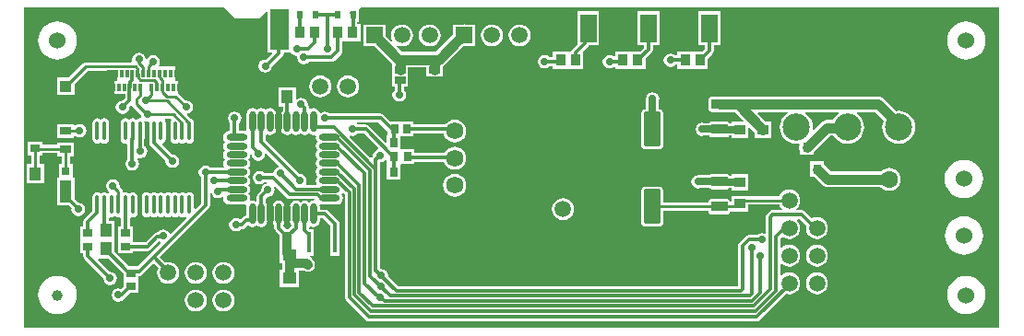
<source format=gtl>
%FSTAX23Y23*%
%MOIN*%
%SFA1B1*%

%IPPOS*%
%AMD18*
4,1,8,0.028500,-0.060000,0.028500,0.060000,0.026500,0.062000,-0.026500,0.062000,-0.028500,0.060000,-0.028500,-0.060000,-0.026500,-0.062000,0.026500,-0.062000,0.028500,-0.060000,0.0*
1,1,0.004000,0.026500,-0.060000*
1,1,0.004000,0.026500,0.060000*
1,1,0.004000,-0.026500,0.060000*
1,1,0.004000,-0.026500,-0.060000*
%
%AMD19*
4,1,8,0.028500,-0.015800,0.028500,0.015800,0.026600,0.017700,-0.026600,0.017700,-0.028500,0.015800,-0.028500,-0.015800,-0.026600,-0.017700,0.026600,-0.017700,0.028500,-0.015800,0.0*
1,1,0.003900,0.026600,-0.015800*
1,1,0.003900,0.026600,0.015800*
1,1,0.003900,-0.026600,0.015800*
1,1,0.003900,-0.026600,-0.015800*
%
%AMD69*
4,1,8,0.000000,-0.051200,0.000000,-0.051200,0.021700,-0.029500,0.021700,0.029500,0.000000,0.051200,0.000000,0.051200,-0.021700,0.029500,-0.021700,-0.029500,0.000000,-0.051200,0.0*
1,1,0.043300,0.000000,-0.029500*
1,1,0.043300,0.000000,-0.029500*
1,1,0.043300,0.000000,0.029500*
1,1,0.043300,0.000000,0.029500*
%
%AMD70*
4,1,8,0.000000,-0.041300,0.000000,-0.041300,0.021700,-0.019700,0.021700,0.019700,0.000000,0.041300,0.000000,0.041300,-0.021700,0.019700,-0.021700,-0.019700,0.000000,-0.041300,0.0*
1,1,0.043300,0.000000,-0.019700*
1,1,0.043300,0.000000,-0.019700*
1,1,0.043300,0.000000,0.019700*
1,1,0.043300,0.000000,0.019700*
%
%ADD13C,0.010000*%
G04~CAMADD=18~8~0.0~0.0~1240.2~570.9~20.0~0.0~15~0.0~0.0~0.0~0.0~0~0.0~0.0~0.0~0.0~0~0.0~0.0~0.0~270.0~571.0~1240.0*
%ADD18D18*%
G04~CAMADD=19~8~0.0~0.0~354.3~570.9~19.5~0.0~15~0.0~0.0~0.0~0.0~0~0.0~0.0~0.0~0.0~0~0.0~0.0~0.0~270.0~571.0~354.0*
%ADD19D19*%
%ADD20R,0.041340X0.037400*%
%ADD21R,0.015750X0.074800*%
%ADD22O,0.013780X0.070870*%
%ADD23O,0.076770X0.023620*%
%ADD24O,0.023620X0.076770*%
%ADD25R,0.066930X0.145670*%
%ADD26R,0.033470X0.027560*%
%ADD27R,0.035430X0.041340*%
%ADD28R,0.029530X0.033470*%
%ADD29R,0.043310X0.043310*%
%ADD30R,0.027560X0.033470*%
%ADD31R,0.031500X0.035430*%
%ADD32R,0.039370X0.027560*%
%ADD33R,0.023620X0.031500*%
%ADD34R,0.059060X0.102360*%
%ADD35R,0.039370X0.027560*%
%ADD36R,0.011810X0.027560*%
%ADD37R,0.031500X0.031500*%
%ADD38R,0.043310X0.078740*%
%ADD39R,0.043310X0.049210*%
%ADD40R,0.033470X0.029530*%
%ADD41R,0.049210X0.043310*%
%ADD64C,0.062990*%
%ADD65R,0.062990X0.062990*%
G04~CAMADD=69~8~0.0~0.0~433.1~1023.6~216.5~0.0~15~0.0~0.0~0.0~0.0~0~0.0~0.0~0.0~0.0~0~0.0~0.0~0.0~180.0~434.0~1023.0*
%ADD69D69*%
G04~CAMADD=70~8~0.0~0.0~433.1~826.8~216.5~0.0~15~0.0~0.0~0.0~0.0~0~0.0~0.0~0.0~0.0~0~0.0~0.0~0.0~180.0~434.0~827.0*
%ADD70D70*%
%ADD73C,0.012000*%
%ADD74C,0.035000*%
%ADD75C,0.025000*%
%ADD76C,0.032000*%
%ADD77C,0.050000*%
%ADD78C,0.098430*%
%ADD79C,0.059060*%
%ADD80R,0.059060X0.059060*%
%ADD81R,0.059060X0.059060*%
%ADD82R,0.062600X0.062600*%
%ADD83C,0.062600*%
%ADD84C,0.060000*%
%ADD85C,0.039370*%
%ADD86C,0.027560*%
%LNpod-1*%
%LPD*%
G36*
X0077Y01134D02*
X00773Y01132D01*
X00777Y01131*
X00856*
X0086Y01132*
X00863Y01134*
X00884Y01156*
X00889Y01154*
Y01009*
X00905*
X00906Y01005*
X00884Y00982*
X00881Y00983*
X00871Y00981*
X00863Y00976*
X00858Y00968*
X00856Y00958*
X00858Y00949*
X00863Y00941*
X00871Y00936*
X00881Y00934*
X0089Y00936*
X00898Y00941*
X00903Y00949*
X00904Y00956*
X00942Y00994*
X00945Y00999*
X00947Y01005*
Y01009*
X00973*
X00977Y01002*
X00985Y00997*
X00995Y00995*
X00996Y00994*
X00995Y0099*
X00997Y0098*
X01002Y00972*
X0101Y00967*
X0102Y00965*
X01029Y00967*
X01037Y00972*
X01037Y00973*
X0112*
X01126Y00974*
X01131Y00978*
X01154Y01001*
X01158Y01007*
X01159Y01013*
Y01049*
X01224*
Y0111*
X01213*
Y01119*
X0122*
Y01165*
X01225Y0117*
X03533*
Y0001*
X0001*
Y0117*
X00733*
X0077Y01134*
G37*
%LNpod-2*%
%LPC*%
G36*
X018Y01109D02*
X01789Y01108D01*
X0178Y01104*
X01771Y01098*
X01765Y01089*
X01761Y0108*
X0176Y0107*
X01761Y01059*
X01765Y0105*
X01771Y01041*
X0178Y01035*
X01789Y01031*
X018Y0103*
X0181Y01031*
X01819Y01035*
X01828Y01041*
X01834Y0105*
X01838Y01059*
X01839Y0107*
X01838Y0108*
X01834Y01089*
X01828Y01098*
X01819Y01104*
X0181Y01108*
X018Y01109*
G37*
G36*
X017D02*
X01689Y01108D01*
X0168Y01104*
X01671Y01098*
X01665Y01089*
X01661Y0108*
X0166Y0107*
X01661Y01059*
X01665Y0105*
X01671Y01041*
X0168Y01035*
X01689Y01031*
X017Y0103*
X0171Y01031*
X01719Y01035*
X01728Y01041*
X01734Y0105*
X01738Y01059*
X01739Y0107*
X01738Y0108*
X01734Y01089*
X01728Y01098*
X01719Y01104*
X0171Y01108*
X017Y01109*
G37*
G36*
X01475D02*
X01464Y01108D01*
X01455Y01104*
X01446Y01098*
X0144Y01089*
X01436Y0108*
X01435Y0107*
X01436Y01059*
X0144Y0105*
X01446Y01041*
X01455Y01035*
X01464Y01031*
X01475Y0103*
X01485Y01031*
X01494Y01035*
X01503Y01041*
X01509Y0105*
X01513Y01059*
X01514Y0107*
X01513Y0108*
X01509Y01089*
X01503Y01098*
X01494Y01104*
X01485Y01108*
X01475Y01109*
G37*
G36*
X016Y0111D02*
X01594Y01109D01*
X0156*
Y01074*
X01495Y0101*
X01374*
X01353Y0103*
X01356Y01034*
X01364Y01031*
X01375Y0103*
X01385Y01031*
X01394Y01035*
X01403Y01041*
X01409Y0105*
X01413Y01059*
X01414Y0107*
X01413Y0108*
X01409Y01089*
X01403Y01098*
X01394Y01104*
X01385Y01108*
X01375Y01109*
X01364Y01108*
X01355Y01104*
X01346Y01098*
X0134Y01089*
X01336Y0108*
X01335Y0107*
X01336Y01059*
X01339Y01051*
X01335Y01048*
X01314Y01069*
Y01109*
X01235*
Y0103*
X01275*
X01337Y00968*
Y00921*
Y00883*
X01348*
Y00872*
X01347Y00872*
X01342Y00864*
X0134Y00855*
X01342Y00845*
X01347Y00837*
X01355Y00832*
X01365Y0083*
X01374Y00832*
X01382Y00837*
X01387Y00845*
X01389Y00855*
X01387Y00864*
X01382Y00872*
X01381Y00872*
Y00883*
X01396*
Y00921*
Y00954*
X01463*
Y00921*
X01478*
X01479Y0092*
X01485Y00918*
X01492Y00917*
X015Y00918*
X01506Y0092*
X01507Y00921*
X01522*
Y00959*
X01527Y00962*
X01594Y0103*
X01639*
Y01109*
X01605*
X016Y0111*
G37*
G36*
X02086Y01156D02*
X02007D01*
Y01035*
X0199Y01017*
X01986Y01012*
X01986Y0101*
X0192*
Y00991*
X01907*
X01907Y00992*
X01899Y00997*
X0189Y00999*
X0188Y00997*
X01872Y00992*
X01867Y00984*
X01865Y00975*
X01867Y00965*
X01872Y00957*
X0188Y00952*
X0189Y0095*
X01899Y00952*
X01907Y00957*
X01907Y00958*
X0192*
Y00949*
X02029*
Y0101*
X02032Y01014*
X02047Y01029*
X0205Y01033*
X02086*
Y01156*
G37*
G36*
X02525D02*
X02446D01*
Y01033*
X02468*
Y0102*
X02459Y0101*
X0237*
Y00996*
X02362*
X02362Y00997*
X02354Y01002*
X02345Y01004*
X02335Y01002*
X02327Y00997*
X02322Y00989*
X0232Y0098*
X02322Y0097*
X02327Y00962*
X02335Y00957*
X02345Y00955*
X02354Y00957*
X02362Y00962*
X02362Y00963*
X0237*
Y00949*
X02479*
Y00984*
X02496Y01001*
X025Y01007*
X02501Y01013*
Y01033*
X02525*
Y01156*
G37*
G36*
X02305D02*
X02226D01*
Y01033*
X02248*
Y01025*
X02234Y0101*
X02145*
Y00995*
X02145Y00994*
X0214Y00993*
X02134Y00997*
X02125Y00999*
X02115Y00997*
X02107Y00992*
X02102Y00984*
X021Y00975*
X02102Y00965*
X02107Y00957*
X02115Y00952*
X02125Y0095*
X02134Y00952*
X0214Y00956*
X02145Y00955*
X02145Y00954*
Y00949*
X02254*
Y00984*
X02276Y01006*
X0228Y01012*
X02281Y01018*
Y01033*
X02305*
Y01156*
G37*
G36*
X03413Y0112D02*
X03399Y01119D01*
X03386Y01115*
X03374Y01108*
X03364Y011*
X03355Y01089*
X03349Y01077*
X03345Y01064*
X03344Y01051*
X03345Y01037*
X03349Y01024*
X03355Y01012*
X03364Y01002*
X03374Y00993*
X03386Y00987*
X03399Y00983*
X03413Y00981*
X03426Y00983*
X03439Y00987*
X03451Y00993*
X03462Y01002*
X03471Y01012*
X03477Y01024*
X03481Y01037*
X03482Y01051*
X03481Y01064*
X03477Y01077*
X03471Y01089*
X03462Y011*
X03451Y01108*
X03439Y01115*
X03426Y01119*
X03413Y0112*
G37*
G36*
X00129D02*
X00116Y01119D01*
X00103Y01115*
X00091Y01108*
X0008Y011*
X00072Y01089*
X00065Y01077*
X00061Y01064*
X0006Y01051*
X00061Y01037*
X00065Y01024*
X00072Y01012*
X0008Y01002*
X00091Y00993*
X00103Y00987*
X00116Y00983*
X00129Y00981*
X00143Y00983*
X00156Y00987*
X00168Y00993*
X00178Y01002*
X00187Y01012*
X00194Y01024*
X00197Y01037*
X00199Y01051*
X00197Y01064*
X00194Y01077*
X00187Y01089*
X00178Y011*
X00168Y01108*
X00156Y01115*
X00143Y01119*
X00129Y0112*
G37*
G36*
X0118Y00924D02*
X01169Y00923D01*
X0116Y00919*
X01151Y00913*
X01145Y00904*
X01141Y00895*
X0114Y00885*
X01141Y00874*
X01145Y00865*
X01151Y00856*
X0116Y0085*
X01169Y00846*
X0118Y00845*
X0119Y00846*
X01199Y0085*
X01208Y00856*
X01214Y00865*
X01218Y00874*
X01219Y00885*
X01218Y00895*
X01214Y00904*
X01208Y00913*
X01199Y00919*
X0119Y00923*
X0118Y00924*
G37*
G36*
X0108D02*
X01069Y00923D01*
X0106Y00919*
X01051Y00913*
X01045Y00904*
X01041Y00895*
X0104Y00885*
X01041Y00874*
X01045Y00865*
X01051Y00856*
X0106Y0085*
X01069Y00846*
X0108Y00845*
X0109Y00846*
X01099Y0085*
X01108Y00856*
X01114Y00865*
X01118Y00874*
X01119Y00885*
X01118Y00895*
X01114Y00904*
X01108Y00913*
X01099Y00919*
X0109Y00923*
X0108Y00924*
G37*
G36*
X00424Y01007D02*
X00414Y01005D01*
X00407Y01*
X00401Y00992*
X00399Y00983*
X004Y00977*
X00396Y00972*
X00232*
X00226Y00971*
X00221Y00968*
X0017Y00917*
X00128*
Y00853*
X00191*
Y00895*
X00238Y00942*
X00345*
Y00908*
X00342Y00905*
X00335*
Y00857*
X00374*
Y00842*
X00365Y00834*
X00365Y00834*
X00355Y00832*
X00347Y00827*
X00342Y00819*
X0034Y0081*
X00342Y008*
X00347Y00792*
X00355Y00787*
X00365Y00785*
X00374Y00787*
X00382Y00792*
X00387Y008*
X00389Y0081*
X00389Y0081*
X00395Y00817*
X004Y00815*
X004Y00814*
X00404Y00809*
X00431Y00782*
X00433Y00774*
X00433Y00774*
X0043Y00769*
X00427Y0077*
X0042Y00768*
X00415Y00765*
X00413*
X00408Y00768*
X00401Y0077*
X00395Y00768*
X00392Y00767*
X00388Y00765*
X00384Y00767*
X00382Y00768*
X00376Y0077*
X00369Y00768*
X00363Y00765*
X0036Y00759*
X00358Y00752*
Y00695*
X0036Y00689*
X00363Y00683*
X00369Y00679*
X00376Y00678*
X00378Y00679*
X00383Y00675*
Y00622*
X00382Y00622*
X00377Y00614*
X00375Y00605*
X00377Y00595*
X00382Y00587*
X0039Y00582*
X004Y0058*
X00409Y00582*
X00417Y00587*
X00422Y00595*
X00424Y00605*
X00422Y00614*
X00418Y0062*
X00418Y00623*
X00423Y00627*
X0043Y00625*
X00439Y00627*
X00447Y00632*
X00452Y0064*
X00454Y0065*
X00452Y00659*
X00447Y00667*
X00443Y00669*
Y00693*
X00444Y00695*
Y00752*
X00443Y00757*
X00444Y00758*
X00447Y0076*
X00455Y00759*
X00457Y00759*
X00461Y00755*
X00461Y00752*
Y00695*
X00462Y00689*
Y00681*
X00463Y00675*
X00467Y00669*
X0052Y00615*
X0052Y00615*
X00522Y00605*
X00527Y00597*
X00535Y00592*
X00545Y0059*
X00554Y00592*
X00562Y00597*
X00567Y00605*
X00569Y00615*
X00567Y00624*
X00562Y00632*
X00554Y00637*
X00545Y00639*
X00544Y00639*
X00508Y00674*
X00509Y00679*
X0051Y00679*
X00516Y00683*
X00519Y00689*
X00521Y00695*
Y00752*
X00519Y00759*
X00517Y00763*
X00519Y00768*
X00539*
X00541Y00763*
X00539Y00759*
X00537Y00752*
Y00695*
X00539Y00689*
X00542Y00683*
X00548Y00679*
X00555Y00678*
X00561Y00679*
X00564Y00681*
X00567Y00683*
X00571Y00681*
X00574Y00679*
X0058Y00678*
X00587Y00679*
X00589Y00681*
X00593Y00683*
X00597Y00681*
X00599Y00679*
X00606Y00678*
X00612Y00679*
X00618Y00683*
X00622Y00689*
X00623Y00695*
Y00752*
X00622Y00759*
X00618Y00765*
X00612Y00768*
X00611Y00769*
X00598Y00782*
X006Y00786*
X00604Y00787*
X00612Y00792*
X00617Y008*
X00619Y0081*
X00617Y00819*
X00612Y00827*
X00604Y00832*
X00595Y00834*
X00592Y00833*
X00566Y0086*
X00564Y00861*
Y00905*
X00557*
X00554Y00908*
Y00956*
X00497*
X00494Y00961*
X00497Y00965*
X00499Y00975*
X00497Y00984*
X00492Y00992*
X00484Y00997*
X00475Y00999*
X00465Y00997*
X00457Y00992*
X00453Y00985*
X00449Y00985*
X00447Y00985*
X00446Y00992*
X00441Y01*
X00433Y01005*
X00424Y01007*
G37*
G36*
X00299Y0077D02*
X00292Y00768D01*
X0029Y00767*
X00286Y00765*
X00282Y00767*
X0028Y00768*
X00273Y0077*
X00267Y00768*
X00261Y00765*
X00257Y00759*
X00256Y00752*
Y00695*
X00257Y00689*
X00261Y00683*
X00267Y00679*
X00273Y00678*
X0028Y00679*
X00282Y00681*
X00286Y00683*
X0029Y00681*
X00292Y00679*
X00299Y00678*
X00305Y00679*
X00311Y00683*
X00315Y00689*
X00316Y00695*
Y00752*
X00315Y00759*
X00311Y00765*
X00305Y00768*
X00299Y0077*
G37*
G36*
X0021Y00749D02*
X002Y00747D01*
X00194Y00743*
X00189Y00745*
Y00747*
X0013*
Y00699*
X00189*
Y00704*
X00194Y00706*
X002Y00702*
X0021Y007*
X00219Y00702*
X00227Y00707*
X00232Y00715*
X00234Y00725*
X00232Y00734*
X00227Y00742*
X00219Y00747*
X0021Y00749*
G37*
G36*
X00991Y00881D02*
X00928D01*
Y00811*
X00944*
Y00799*
X0094Y00792*
X00938Y00784*
Y00731*
X0094Y00722*
X00944Y00715*
X00952Y0071*
X0096Y00709*
X00969Y0071*
X00976Y00715*
X00976*
X00983Y0071*
X00992Y00709*
X01Y0071*
X01007Y00715*
X01007*
X01015Y0071*
X01023Y00709*
X01032Y0071*
X01039Y00715*
X01039*
X01046Y0071*
X01055Y00709*
X0106Y0071*
X01064Y00705*
X01063Y007*
X01065Y00692*
X01069Y00685*
Y00685*
X01065Y00677*
X01063Y00669*
X01065Y0066*
X01069Y00653*
Y00653*
X01065Y00646*
X01063Y00637*
X01065Y00629*
X01069Y00622*
Y00622*
X01065Y00614*
X01063Y00606*
X01065Y00597*
X01069Y0059*
Y0059*
X01065Y00583*
X01063Y00574*
X01065Y00566*
X01069Y00559*
Y00559*
X01065Y00551*
X01063Y00543*
X01065Y00534*
X01066Y00532*
X01064Y00528*
X01029*
X01027Y00532*
X01028Y00534*
X0103Y00543*
X01028Y00553*
X01023Y00561*
X01015Y00566*
X01006Y00568*
X01005Y00567*
X00882Y0069*
Y00709*
X00886Y00712*
X00889Y0071*
X00897Y00709*
X00906Y0071*
X00913Y00715*
X00918Y00722*
X00919Y00731*
Y00784*
X00918Y00792*
X00913Y008*
X00906Y00804*
X00897Y00806*
X00889Y00804*
X00881Y008*
X00881*
X00874Y00804*
X00866Y00806*
X00857Y00804*
X0085Y008*
X0085*
X00843Y00804*
X00834Y00806*
X00826Y00804*
X00818Y008*
X00814Y00792*
X00812Y00784*
Y00731*
X00813Y00726*
X00809Y00722*
X00804Y00723*
X00786*
Y00752*
X00787Y00752*
X00792Y0076*
X00794Y0077*
X00792Y00779*
X00787Y00787*
X00779Y00792*
X0077Y00794*
X0076Y00792*
X00752Y00787*
X00747Y00779*
X00745Y0077*
X00747Y0076*
X00752Y00752*
X00753Y00752*
Y00723*
X0075*
X00742Y00721*
X00735Y00716*
X0073Y00709*
X00728Y007*
X0073Y00692*
X00735Y00685*
Y00685*
X0073Y00677*
X00728Y00669*
X0073Y0066*
X00735Y00653*
Y00653*
X0073Y00646*
X00728Y00637*
X0073Y00629*
X00735Y00622*
Y00622*
X0073Y00614*
X00728Y00606*
X0073Y00597*
X00731Y00595*
X00729Y00591*
X00682*
X00682Y00591*
X00674Y00597*
X00665Y00599*
X00655Y00597*
X00648Y00591*
X00642Y00584*
X0064Y00574*
X00642Y00565*
X00648Y00557*
X00648Y00557*
Y00461*
X00628Y00441*
X00623Y00443*
Y00485*
X00622Y00491*
X00618Y00497*
X00612Y00501*
X00606Y00502*
X00599Y00501*
X00597Y00499*
X00593Y00497*
X00589Y00499*
X00587Y00501*
X0058Y00502*
X00574Y00501*
X00571Y00499*
X00567Y00497*
X00564Y00499*
X00561Y00501*
X00555Y00502*
X00548Y00501*
X00542Y00497*
X00541*
X00536Y00501*
X00529Y00502*
X00522Y00501*
X0052Y00499*
X00516Y00497*
X00512Y00499*
X0051Y00501*
X00503Y00502*
X00497Y00501*
X00495Y00499*
X00491Y00497*
X00487Y00499*
X00484Y00501*
X00478Y00502*
X00471Y00501*
X00469Y00499*
X00465Y00497*
X00461Y00499*
X00459Y00501*
X00452Y00502*
X00446Y00501*
X0044Y00497*
X00436Y00491*
X00435Y00485*
Y00428*
X00436Y00421*
X0044Y00415*
X00446Y00412*
X00452Y0041*
X00459Y00412*
X00461Y00413*
X00465Y00415*
X00469Y00413*
X00471Y00412*
X00478Y0041*
X00484Y00412*
X00487Y00413*
X00491Y00415*
X00495Y00413*
X00497Y00412*
X00503Y0041*
X0051Y00412*
X00512Y00413*
X00516Y00415*
X0052Y00413*
X00522Y00412*
X00529Y0041*
X00536Y00412*
X00538Y00413*
X00542Y00415*
X00546Y00413*
X00548Y00412*
X00555Y0041*
X00561Y00412*
X00564Y00413*
X00567Y00415*
X00571Y00413*
X00574Y00412*
X0058Y0041*
X00587Y00412*
X00589Y00413*
X00591Y00414*
X00593Y00413*
X00594Y00407*
X00538Y00351*
X00533Y00353*
X00528Y0036*
X0052Y00365*
X00511Y00367*
X00502Y00365*
X00494Y0036*
X00491Y00356*
X0049*
X00484Y00355*
X00479Y00352*
X00448Y00321*
X00401*
Y00329*
Y0033*
Y00378*
X00392*
Y00408*
X00397Y00411*
X00401Y0041*
X00408Y00412*
X00413Y00415*
X00417Y00421*
X00418Y00428*
Y00485*
X00417Y00491*
X00413Y00497*
X00408Y00501*
X00401Y00502*
X00395Y00501*
X00392Y00499*
X00388Y00497*
X00384Y00499*
X00382Y00501*
X00376Y00502*
X0037Y00501*
X00365Y00504*
Y00504*
X00364Y0051*
X00361Y00515*
X00353Y00522*
X00354Y00525*
X00352Y00534*
X00347Y00542*
X00339Y00547*
X0033Y00549*
X0032Y00547*
X00312Y00542*
X00307Y00534*
X00305Y00525*
X00307Y00515*
X00312Y00507*
X00316Y00505*
X00316Y005*
X00311Y00497*
X00308Y00499*
X00305Y00501*
X00299Y00502*
X00292Y00501*
X00287Y00497*
X00285*
X0028Y00501*
X00273Y00502*
X00267Y00501*
X00261Y00497*
X00257Y00491*
X00256Y00485*
Y00434*
X00228Y00406*
X00224Y00401*
X00223Y00394*
Y00378*
X00213*
Y00334*
Y0033*
Y00325*
Y00281*
X00223*
Y0027*
X00224Y00263*
X00228Y00258*
X00295Y0019*
X00295Y0019*
X00297Y0018*
X00302Y00172*
X0031Y00167*
X0032Y00165*
X00329Y00167*
X00337Y00172*
X00342Y0018*
X00344Y0019*
X00342Y00199*
X00337Y00207*
X00329Y00212*
X0032Y00214*
X00319Y00214*
X00276Y00256*
X00278Y00261*
X00313*
X00368Y00207*
Y00189*
Y00185*
Y0018*
Y00159*
X0036Y00151*
X00359Y00152*
X0035Y00154*
X0034Y00152*
X00332Y00147*
X00327Y00139*
X00325Y0013*
X00327Y0012*
X00332Y00112*
X0034Y00107*
X0035Y00105*
X00359Y00107*
X00367Y00112*
X00369Y00115*
X00373Y00118*
X00391Y00136*
X00421*
Y0018*
Y00184*
Y00189*
Y00198*
X00425*
X00431Y00199*
X00436Y00203*
X00477Y00244*
X00494Y00227*
X00491Y0022*
X0049Y0021*
X00491Y00199*
X00495Y0019*
X00501Y00181*
X0051Y00175*
X00519Y00171*
X0053Y0017*
X0054Y00171*
X00549Y00175*
X00558Y00181*
X00564Y0019*
X00568Y00199*
X00569Y0021*
X00568Y0022*
X00564Y00229*
X00558Y00238*
X00549Y00244*
X0054Y00248*
X0053Y00249*
X00519Y00248*
X00519Y00248*
X005Y00267*
X00676Y00443*
X0068Y00448*
X00681Y00455*
Y00501*
X00686Y00502*
X00687Y00495*
X00692Y00487*
X007Y00482*
X0071Y0048*
X00719Y00482*
X00724Y00486*
X00729Y00483*
X00728Y0048*
X0073Y00471*
X00735Y00464*
X00742Y00459*
X0075Y00458*
X00804*
X00809Y00459*
X00813Y00454*
X00812Y00449*
Y00417*
X00812*
X00806Y00415*
X008Y00412*
X00791Y00402*
X00784Y00407*
X00775Y00409*
X00765Y00407*
X00757Y00402*
X00752Y00394*
X0075Y00385*
X00752Y00375*
X00757Y00367*
X00765Y00362*
X00775Y0036*
X00784Y00362*
X00792Y00367*
X00792Y00368*
X00796*
X00802Y00369*
X00807Y00373*
X00815Y00381*
X00818Y0038*
X00826Y00376*
X00834Y00374*
X00843Y00376*
X0085Y0038*
X0085*
X00857Y00376*
X00866Y00374*
X00874Y00376*
X00881Y0038*
X00886Y00388*
X00888Y00396*
Y00449*
X00886Y00458*
X00882Y00464*
Y00479*
X00889Y00485*
X0089Y00485*
X00899Y00487*
X00907Y00492*
X00912Y005*
X00914Y0051*
X00912Y00519*
X00911Y00521*
X00915Y00524*
X00957Y00482*
X00962Y00478*
X00968Y00477*
X01059*
X0106Y00476*
X01056Y00471*
X01055Y00472*
X01046Y0047*
X01039Y00465*
X01039*
X01032Y0047*
X01023Y00472*
X01015Y0047*
X01007Y00465*
X01007*
X01Y0047*
X00992Y00472*
X00983Y0047*
X00976Y00465*
X00971Y00458*
X00969Y00449*
Y00396*
X00971Y00388*
X00975Y00381*
Y00379*
X00962Y00366*
X00957*
X00945Y00379*
Y00381*
X00949Y00388*
X00951Y00396*
Y00449*
X00949Y00458*
X00944Y00465*
X00937Y0047*
X00929Y00472*
X0092Y0047*
X00913Y00465*
X00908Y00458*
X00906Y00449*
Y00396*
X00908Y00388*
X00912Y00381*
Y00372*
X00914Y00366*
X00917Y0036*
X00933Y00344*
X00933Y0034*
Y0028*
X00933Y00277*
Y00243*
X00942*
Y00221*
X00933*
Y00158*
X01003*
Y00217*
X01021*
X01021Y00217*
X01027Y00214*
X01034Y00213*
X01041Y00214*
X01047Y00217*
X01053Y00221*
X01057Y00226*
X01059Y00232*
X0106Y00239*
X01059Y00246*
X01057Y00252*
X01053Y00258*
X01049Y00261*
X01044Y00266*
X0104Y00267*
X01041Y00272*
X01055*
Y00367*
X01042*
X01039Y0037*
Y00375*
X01044Y00377*
X01046Y00376*
X01055Y00374*
X01063Y00376*
X0107Y0038*
X01075Y00388*
X01077Y00396*
Y00406*
X0109*
X01115Y00381*
Y00367*
X01114*
Y00272*
X0115*
Y00367*
X01148*
Y00387*
X01147Y00394*
X01143Y00399*
X01108Y00434*
X01103Y00438*
X01096Y00439*
X01077*
Y00449*
X01076Y00454*
X0108Y00459*
X01085Y00458*
X01138*
X01147Y00459*
X01154Y00464*
X01159Y00471*
X01161Y0048*
X01159Y00488*
X01155Y00494*
X01157Y00498*
X01162Y00498*
X01167Y00493*
Y00122*
X01168Y00116*
X01172Y00111*
X01245Y00038*
X0125Y00034*
X01256Y00033*
X02656*
X02663Y00034*
X02668Y00038*
X02763Y00133*
X02774Y00132*
X02784Y00133*
X02793Y00137*
X02802Y00144*
X02808Y00152*
X02812Y00162*
X02813Y00172*
X02812Y00182*
X02808Y00192*
X02802Y002*
X02793Y00206*
X02784Y0021*
X02774Y00212*
X02763Y0021*
X02754Y00206*
X02746Y00201*
X02742Y00201*
X02741Y00202*
Y00242*
X02742Y00242*
X02746Y00243*
X02754Y00237*
X02763Y00233*
X02774Y00232*
X02784Y00233*
X02793Y00237*
X02802Y00244*
X02808Y00252*
X02812Y00262*
X02813Y00272*
X02812Y00282*
X02808Y00292*
X02802Y003*
X02793Y00306*
X02784Y0031*
X02774Y00312*
X02763Y0031*
X02754Y00306*
X02746Y00301*
X02742Y00301*
X02741Y00302*
Y00334*
X02748Y00342*
X02754Y00337*
X02763Y00333*
X02774Y00332*
X02784Y00333*
X02793Y00337*
X02802Y00344*
X02808Y00352*
X02812Y00362*
X02813Y00372*
X02812Y00382*
X02808Y00392*
X02803Y00398*
X02806Y00403*
X02813*
X02835Y00381*
X02834Y00372*
X02835Y00362*
X02839Y00352*
X02845Y00344*
X02854Y00337*
X02863Y00333*
X02874Y00332*
X02884Y00333*
X02893Y00337*
X02902Y00344*
X02908Y00352*
X02912Y00362*
X02913Y00372*
X02912Y00382*
X02908Y00392*
X02902Y004*
X02893Y00406*
X02884Y0041*
X02874Y00412*
X02863Y0041*
X02855Y00407*
X02831Y00431*
X02826Y00435*
X0282Y00436*
X028*
X02798Y00441*
X02802Y00444*
X02808Y00452*
X02812Y00462*
X02813Y00472*
X02812Y00482*
X02808Y00492*
X02802Y005*
X02793Y00506*
X02784Y0051*
X02774Y00512*
X02763Y0051*
X02754Y00506*
X02745Y005*
X02739Y00492*
X02737Y00487*
X02625*
Y00488*
X02564*
Y00468*
X02559Y00468*
X02558Y0047*
X02556Y00474*
X02552Y00477*
X02547Y00477*
X02494*
X02489Y00477*
X02485Y00474*
X02483Y0047*
X02482Y00465*
Y00465*
X02317*
Y0051*
X02316Y00514*
X02314Y00518*
X0231Y00521*
X02305Y00522*
X02252*
X02247Y00521*
X02243Y00518*
X02241Y00514*
X0224Y0051*
Y00389*
X02241Y00385*
X02243Y00381*
X02247Y00378*
X02252Y00377*
X02305*
X0231Y00378*
X02314Y00381*
X02316Y00385*
X02317Y00389*
Y00434*
X02482*
Y00434*
X02483Y00429*
X02485Y00425*
X02489Y00422*
X02494Y00422*
X02547*
X02552Y00422*
X02556Y00425*
X02558Y00429*
X02559Y00431*
X02564Y00431*
X02625*
Y00457*
X02737*
X02739Y00452*
X02745Y00444*
X02749Y00441*
X02747Y00436*
X02713*
X02706Y00435*
X02701Y00431*
X02694Y00424*
X0269Y00419*
X02689Y00412*
Y00354*
X02685Y00351*
X02684Y00352*
X02675Y00354*
X02665Y00352*
X02657Y00347*
X02657Y00346*
X02627*
X02621Y00345*
X02616Y00341*
X02593Y00318*
X02589Y00313*
X02588Y00307*
Y0016*
X01362*
X01324Y00198*
X01324Y002*
X01322Y00209*
X01317Y00217*
X01309Y00222*
X013Y00224*
X01296Y00228*
Y00585*
Y00611*
X01304Y00612*
X01312Y00617*
X01314Y00621*
X01319Y0062*
Y00603*
Y00601*
Y00548*
X01369*
Y00598*
X0137Y00602*
X01373Y00603*
X0142*
Y00611*
X01526*
X01528Y00604*
X01535Y00595*
X01544Y00588*
X01554Y00584*
X01565Y00583*
X01575Y00584*
X01585Y00588*
X01594Y00595*
X01601Y00604*
X01605Y00614*
X01606Y00625*
X01605Y00635*
X01601Y00645*
X01594Y00654*
X01585Y00661*
X01575Y00665*
X01565Y00666*
X01554Y00665*
X01544Y00661*
X01535Y00654*
X01528Y00645*
X01528Y00643*
X0142*
Y00656*
X01374*
X0137*
X01369Y00661*
Y00703*
X01416*
Y00713*
X01524*
X01524Y00712*
X01528Y00702*
X01535Y00693*
X01544Y00687*
X01554Y00683*
X01565Y00681*
X01575Y00683*
X01585Y00687*
X01594Y00693*
X01601Y00702*
X01605Y00712*
X01606Y00723*
X01605Y00734*
X01601Y00744*
X01594Y00752*
X01585Y00759*
X01575Y00763*
X01565Y00765*
X01554Y00763*
X01544Y00759*
X01535Y00752*
X0153Y00746*
X01416*
Y00756*
X01333*
X01308Y00781*
X01303Y00785*
X01297Y00786*
X01112*
X01112Y00787*
X01104Y00792*
X01095Y00794*
X01085Y00792*
X01081Y00789*
X01075Y00791*
X01075Y00792*
X0107Y008*
X01063Y00804*
X01055Y00806*
X01046Y00804*
X01044Y00803*
X01039Y00805*
Y00806*
X01038Y00812*
X01035Y00817*
X01034Y00819*
X01034Y0082*
X01032Y00829*
X01027Y00837*
X01019Y00842*
X0101Y00844*
X01Y00842*
X00996Y00839*
X00991Y00842*
Y00881*
G37*
G36*
X02547Y00848D02*
X02494D01*
X02489Y00847*
X02485Y00844*
X02483Y0084*
X02482Y00836*
Y00804*
X02483Y008*
X02485Y00796*
X02489Y00793*
X02494Y00792*
X02547*
X02548Y00792*
X02576*
X02607Y00761*
X02605Y00757*
X02564*
Y00752*
X02557*
X02556Y00754*
X02552Y00757*
X02547Y00757*
X02494*
X02489Y00757*
X02485Y00754*
X02484Y00752*
X02466*
X0246Y00754*
X0245Y00752*
X02442Y00747*
X02437Y00739*
X02435Y0073*
X02437Y0072*
X02442Y00712*
X0245Y00707*
X0246Y00705*
X02466Y00707*
X02484*
X02485Y00705*
X02489Y00702*
X02494Y00702*
X02547*
X02552Y00702*
X02556Y00705*
X02556Y00706*
X02564*
Y00699*
X02625*
Y00737*
X0263Y00739*
X02649Y00719*
Y00699*
X0271*
Y00757*
X0269*
X02659Y00788*
X02661Y00792*
X02767*
X02768Y00787*
X02766Y00786*
X02757Y00779*
X0275Y0077*
X02744Y0076*
X02741Y00749*
X0274Y00737*
X02741Y00725*
X02744Y00714*
X0275Y00704*
X02757Y00695*
X02766Y00687*
X02777Y00682*
X02788Y00679*
X02799Y00677*
X02806Y00678*
X02811Y00674*
X0281Y00671*
X02809Y00664*
X0281Y00657*
X02811Y00654*
Y00636*
X02837*
X02837Y00636*
X02839*
X02839Y00636*
X02863*
Y00649*
X02921Y00707*
X02933*
X02935Y00704*
X02942Y00695*
X02951Y00687*
X02962Y00682*
X02973Y00679*
X02985Y00677*
X02996Y00679*
X03007Y00682*
X03018Y00687*
X03027Y00695*
X03034Y00704*
X03039Y00714*
X03043Y00725*
X03044Y00737*
X03043Y00749*
X03039Y0076*
X03034Y0077*
X03027Y00779*
X03018Y00786*
X03016Y00787*
X03017Y00792*
X03085*
X03116Y00762*
X03115Y0076*
X03111Y00749*
X0311Y00737*
X03111Y00725*
X03115Y00714*
X0312Y00704*
X03127Y00695*
X03136Y00687*
X03147Y00682*
X03158Y00679*
X0317Y00677*
X03181Y00679*
X03192Y00682*
X03203Y00687*
X03212Y00695*
X03219Y00704*
X03225Y00714*
X03228Y00725*
X03229Y00737*
X03228Y00749*
X03225Y0076*
X03219Y0077*
X03212Y00779*
X03203Y00786*
X03192Y00792*
X03181Y00795*
X0317Y00796*
X0316Y00795*
X03116Y0084*
X0311Y00844*
X03104Y00847*
X03096Y00848*
X02548*
X02547Y00848*
G37*
G36*
X0228Y00864D02*
X0227Y00862D01*
X02262Y00857*
X02257Y00849*
X02255Y0084*
X02256Y00838*
X02256Y00838*
Y00802*
X02252*
X02247Y00801*
X02243Y00798*
X02241Y00794*
X0224Y0079*
Y00669*
X02241Y00665*
X02243Y00661*
X02247Y00658*
X02252Y00657*
X02305*
X0231Y00658*
X02314Y00661*
X02316Y00665*
X02317Y00669*
Y0079*
X02316Y00794*
X02314Y00798*
X0231Y00801*
X02305Y00802*
X02301*
Y00829*
X02302Y0083*
X02304Y0084*
X02302Y00849*
X02297Y00857*
X02289Y00862*
X0228Y00864*
G37*
G36*
X02547Y00568D02*
X02494D01*
X02489Y00567*
X02485Y00564*
X02484Y00563*
X0245*
X02445Y00564*
X02435Y00562*
X02427Y00557*
X02422Y00549*
X0242Y0054*
X02422Y0053*
X02427Y00522*
X02435Y00517*
X02445Y00515*
X02452Y00517*
X02485*
X02485Y00516*
X02489Y00513*
X02494Y00512*
X02547*
X02552Y00513*
X02556Y00516*
X02556Y00516*
X02564*
Y00509*
X02625*
Y00566*
X02564*
Y00562*
X02558*
X02556Y00564*
X02552Y00567*
X02547Y00568*
G37*
G36*
X02876Y00613D02*
X02875D01*
X02874Y00613*
X02849*
Y00595*
X02848Y00592*
X02847Y00585*
X02848Y00578*
X02849Y00575*
Y00557*
X02865*
X02894Y00528*
X02899Y00524*
X02906Y00521*
X02913Y0052*
X03103*
X03105Y00518*
X03114Y00512*
X03124Y00508*
X03135Y00506*
X03145Y00508*
X03155Y00512*
X03164Y00518*
X03171Y00527*
X03175Y00537*
X03176Y00548*
X03175Y00559*
X03171Y00569*
X03164Y00578*
X03155Y00584*
X03145Y00588*
X03135Y0059*
X03124Y00588*
X03114Y00584*
X03105Y00578*
X03103Y00576*
X02925*
X029Y006*
Y00613*
X02876*
X02876Y00613*
G37*
G36*
X01565Y00568D02*
X01554Y00566D01*
X01544Y00562*
X01535Y00556*
X01528Y00547*
X01524Y00537*
X01523Y00526*
X01524Y00515*
X01528Y00505*
X01535Y00497*
X01544Y0049*
X01554Y00486*
X01565Y00484*
X01575Y00486*
X01585Y0049*
X01594Y00497*
X01601Y00505*
X01605Y00515*
X01606Y00526*
X01605Y00537*
X01601Y00547*
X01594Y00556*
X01585Y00562*
X01575Y00566*
X01565Y00568*
G37*
G36*
X03405Y00619D02*
X03391Y00618D01*
X03378Y00614*
X03366Y00607*
X03355Y00599*
X03347Y00588*
X0334Y00576*
X03336Y00563*
X03335Y0055*
X03336Y00536*
X0334Y00523*
X03347Y00511*
X03355Y005*
X03366Y00492*
X03378Y00485*
X03391Y00481*
X03405Y0048*
X03418Y00481*
X03431Y00485*
X03443Y00492*
X03454Y005*
X03462Y00511*
X03469Y00523*
X03473Y00536*
X03474Y0055*
X03473Y00563*
X03469Y00576*
X03462Y00588*
X03454Y00599*
X03443Y00607*
X03431Y00614*
X03418Y00618*
X03405Y00619*
G37*
G36*
X00076Y00685D02*
X00023D01*
Y00635*
X00034*
Y00603*
X00018*
Y00533*
X00081*
Y00603*
X00065*
Y00635*
X00076*
Y00643*
X0013*
Y00632*
X00144*
Y00604*
X00134*
Y00553*
X00128*
Y00455*
X0017*
X00181Y00443*
X0018Y0044*
X00182Y0043*
X00187Y00422*
X00195Y00417*
X00205Y00415*
X00214Y00417*
X00222Y00422*
X00227Y0043*
X00229Y0044*
X00227Y00449*
X00222Y00457*
X00214Y00462*
X00205Y00464*
X00204Y00464*
X00191Y00476*
Y00553*
X00185*
Y00604*
X00175*
Y00632*
X00189*
Y0068*
X0013*
Y00673*
X00076*
Y00685*
G37*
G36*
X01956Y0048D02*
X01946Y00479D01*
X01936Y00475*
X01928Y00469*
X01922Y0046*
X01918Y00451*
X01916Y0044*
X01918Y0043*
X01922Y00421*
X01928Y00412*
X01936Y00406*
X01946Y00402*
X01956Y00401*
X01967Y00402*
X01976Y00406*
X01984Y00412*
X01991Y00421*
X01995Y0043*
X01996Y0044*
X01995Y00451*
X01991Y0046*
X01984Y00469*
X01976Y00475*
X01967Y00479*
X01956Y0048*
G37*
G36*
X03405Y00414D02*
X03391Y00413D01*
X03378Y00409*
X03366Y00402*
X03356Y00394*
X03347Y00383*
X03341Y00371*
X03337Y00358*
X03336Y00345*
X03337Y00331*
X03341Y00318*
X03347Y00306*
X03356Y00295*
X03366Y00287*
X03378Y0028*
X03391Y00276*
X03405Y00275*
X03419Y00276*
X03432Y0028*
X03444Y00287*
X03454Y00295*
X03463Y00306*
X03469Y00318*
X03473Y00331*
X03474Y00345*
X03473Y00358*
X03469Y00371*
X03463Y00383*
X03454Y00394*
X03444Y00402*
X03432Y00409*
X03419Y00413*
X03405Y00414*
G37*
G36*
X02874Y00312D02*
X02863Y0031D01*
X02854Y00306*
X02845Y003*
X02839Y00292*
X02835Y00282*
X02834Y00272*
X02835Y00262*
X02839Y00252*
X02845Y00244*
X02854Y00237*
X02863Y00233*
X02874Y00232*
X02884Y00233*
X02893Y00237*
X02902Y00244*
X02908Y00252*
X02912Y00262*
X02913Y00272*
X02912Y00282*
X02908Y00292*
X02902Y003*
X02893Y00306*
X02884Y0031*
X02874Y00312*
G37*
G36*
X0073Y00249D02*
X00719Y00248D01*
X0071Y00244*
X00701Y00238*
X00695Y00229*
X00691Y0022*
X0069Y0021*
X00691Y00199*
X00695Y0019*
X00701Y00181*
X0071Y00175*
X00719Y00171*
X0073Y0017*
X0074Y00171*
X00749Y00175*
X00758Y00181*
X00764Y0019*
X00768Y00199*
X00769Y0021*
X00768Y0022*
X00764Y00229*
X00758Y00238*
X00749Y00244*
X0074Y00248*
X0073Y00249*
G37*
G36*
X0063D02*
X00619Y00248D01*
X0061Y00244*
X00601Y00238*
X00595Y00229*
X00591Y0022*
X0059Y0021*
X00591Y00199*
X00595Y0019*
X00601Y00181*
X0061Y00175*
X00619Y00171*
X0063Y0017*
X0064Y00171*
X00649Y00175*
X00658Y00181*
X00664Y0019*
X00668Y00199*
X00669Y0021*
X00668Y0022*
X00664Y00229*
X00658Y00238*
X00649Y00244*
X0064Y00248*
X0063Y00249*
G37*
G36*
X02874Y00212D02*
X02863Y0021D01*
X02854Y00206*
X02845Y002*
X02839Y00192*
X02835Y00182*
X02834Y00172*
X02835Y00162*
X02839Y00152*
X02845Y00144*
X02854Y00137*
X02863Y00133*
X02874Y00132*
X02884Y00133*
X02893Y00137*
X02902Y00144*
X02908Y00152*
X02912Y00162*
X02913Y00172*
X02912Y00182*
X02908Y00192*
X02902Y002*
X02893Y00206*
X02884Y0021*
X02874Y00212*
G37*
G36*
X0073Y00149D02*
X00719Y00148D01*
X0071Y00144*
X00701Y00138*
X00695Y00129*
X00691Y0012*
X0069Y0011*
X00691Y00099*
X00695Y0009*
X00701Y00081*
X0071Y00075*
X00719Y00071*
X0073Y0007*
X0074Y00071*
X00749Y00075*
X00758Y00081*
X00764Y0009*
X00768Y00099*
X00769Y0011*
X00768Y0012*
X00764Y00129*
X00758Y00138*
X00749Y00144*
X0074Y00148*
X0073Y00149*
G37*
G36*
X0063D02*
X00619Y00148D01*
X0061Y00144*
X00601Y00138*
X00595Y00129*
X00591Y0012*
X0059Y0011*
X00591Y00099*
X00595Y0009*
X00601Y00081*
X0061Y00075*
X00619Y00071*
X0063Y0007*
X0064Y00071*
X00649Y00075*
X00658Y00081*
X00664Y0009*
X00668Y00099*
X00669Y0011*
X00668Y0012*
X00664Y00129*
X00658Y00138*
X00649Y00144*
X0064Y00148*
X0063Y00149*
G37*
G36*
X03413Y00199D02*
X03399Y00197D01*
X03386Y00194*
X03374Y00187*
X03364Y00178*
X03355Y00168*
X03349Y00156*
X03345Y00143*
X03344Y00129*
X03345Y00116*
X03349Y00103*
X03355Y00091*
X03364Y0008*
X03374Y00072*
X03386Y00065*
X03399Y00061*
X03413Y0006*
X03426Y00061*
X03439Y00065*
X03451Y00072*
X03462Y0008*
X03471Y00091*
X03477Y00103*
X03481Y00116*
X03482Y00129*
X03481Y00143*
X03477Y00156*
X03471Y00168*
X03462Y00178*
X03451Y00187*
X03439Y00194*
X03426Y00197*
X03413Y00199*
G37*
G36*
X00129D02*
X00116Y00197D01*
X00103Y00194*
X00091Y00187*
X0008Y00178*
X00072Y00168*
X00065Y00156*
X00061Y00143*
X0006Y00129*
X00061Y00116*
X00065Y00103*
X00072Y00091*
X0008Y0008*
X00091Y00072*
X00103Y00065*
X00116Y00061*
X00129Y0006*
X00143Y00061*
X00156Y00065*
X00168Y00072*
X00178Y0008*
X00187Y00091*
X00194Y00103*
X00197Y00116*
X00199Y00129*
X00197Y00143*
X00194Y00156*
X00187Y00168*
X00178Y00178*
X00168Y00187*
X00156Y00194*
X00143Y00197*
X00129Y00199*
G37*
%LNpod-3*%
%LPD*%
G36*
X01288Y00662D02*
X01287Y00657D01*
X01285Y00657*
X01277Y00652*
X01272Y00644*
X0127Y00635*
X0127Y00634*
X01268Y00631*
X01266Y00628*
X0126Y00627*
X01185Y00702*
X01187Y00707*
X01195Y00705*
X01204Y00707*
X01212Y00712*
X01212Y00713*
X01237*
X01288Y00662*
G37*
G36*
X01323Y0072D02*
Y00706D01*
X01319*
Y00684*
X01315Y00682*
X01255Y00741*
X0125Y00745*
X01244Y00746*
X01213*
X01211Y00748*
X01213Y00753*
X0129*
X01323Y0072*
G37*
G36*
X00929Y00597D02*
X00927Y00592D01*
X00925Y00592*
X00917Y00587*
X00912Y00579*
X0091Y0057*
X00907Y00571*
X00877*
X00877Y00572*
X00869Y00577*
X0086Y00579*
X0085Y00577*
X00842Y00572*
X00837Y00564*
X00835Y00555*
X00837Y00545*
X00842Y00537*
X0085Y00532*
X0086Y0053*
X00869Y00532*
X00877Y00537*
X00877Y00538*
X00886*
X00887Y00533*
X0088Y00532*
X00872Y00527*
X00867Y00519*
X00865Y0051*
X00865Y00509*
X00854Y00497*
X00851Y00492*
X00849Y00486*
Y00471*
X00845Y00468*
X00843Y0047*
X00834Y00472*
X00829Y00471*
X00825Y00475*
X00826Y0048*
X00824Y00488*
X00819Y00496*
Y00496*
X00824Y00503*
X00826Y00511*
X00824Y0052*
X00819Y00527*
Y00527*
X00824Y00534*
X00826Y00543*
X00824Y00551*
X00819Y00559*
Y00559*
X00824Y00566*
X00826Y00574*
X00824Y00583*
X00819Y0059*
Y0059*
X00824Y00597*
X00826Y00606*
X00824Y00614*
X00819Y00622*
Y00622*
X00824Y00629*
X00826Y00637*
X00831Y00638*
X00832Y0063*
X00837Y00622*
X00845Y00617*
X00855Y00615*
X00864Y00617*
X00872Y00622*
X00877Y0063*
X00879Y0064*
X00879Y0064*
X00883Y00643*
X00929Y00597*
G37*
G36*
X00341Y00413D02*
X00343Y00412D01*
X0035Y0041*
X00354Y00411*
X00359Y00408*
Y00378*
X00348*
Y0033*
Y00329*
Y00281*
X00401*
Y00289*
X00455*
X00461Y0029*
X00466Y00293*
X00497Y00324*
X00497*
X00501Y00321*
X00503Y00316*
X00465Y00279*
X0042Y00233*
X00388*
X00336Y00285*
Y00328*
Y00398*
X00315*
Y00408*
X0032Y00411*
X00324Y0041*
X00331Y00412*
X00333Y00413*
X00337Y00415*
X00341Y00413*
G37*
G36*
X02953Y00787D02*
X02951Y00786D01*
X02942Y00779*
X02935Y0077*
X02931Y00763*
X0291*
X02902Y00762*
X02896Y00759*
X0289Y00754*
X02863Y00728*
X02858Y0073*
X02859Y00737*
X02858Y00749*
X02854Y0076*
X02849Y0077*
X02842Y00779*
X02833Y00786*
X02831Y00787*
X02832Y00792*
X02952*
X02953Y00787*
G37*
G54D13*
X00555Y00849D02*
X00595Y0081D01*
X00469Y00854D02*
Y00881D01*
X00449Y00833D02*
Y00834D01*
X00421Y00972D02*
X00439Y00955D01*
Y00933D02*
X0044Y00932D01*
X00421Y00916D02*
Y00931D01*
X00459Y00932D02*
Y00959D01*
X00509Y00865D02*
Y0088D01*
X005Y00916D02*
Y00931D01*
X00439Y00933D02*
Y00955D01*
X00478Y00907D02*
X00488Y00898D01*
X0042Y00932D02*
X00421Y00931D01*
X00421Y00981D02*
X00424Y00983D01*
X00459Y00959D02*
X00475Y00975D01*
X00509Y00865D02*
X00525Y00849D01*
X00499Y00932D02*
X005Y00931D01*
Y00916D02*
X00509Y00907D01*
X00488Y00882D02*
X00489Y00881D01*
X00509D02*
X00509Y0088D01*
X00429Y00907D02*
X00478D01*
X00449Y00834D02*
X00469Y00854D01*
X00421Y00972D02*
Y00981D01*
X00488Y00882D02*
Y00898D01*
X00525Y00849D02*
X00555D01*
X00421Y00916D02*
X00429Y00907D01*
X00509Y00881D02*
Y00907D01*
X0016Y00723D02*
X0016Y00724D01*
X00209*
X0021Y00725*
X02595Y0046D02*
X02607Y00472D01*
X02585Y0045D02*
X02595Y0046D01*
X02521Y0045D02*
X02585D01*
X02278D02*
X02521D01*
X02607Y00472D02*
X02774D01*
X0016Y00486D02*
Y00504D01*
Y00486D02*
X00205Y00441D01*
Y0044D02*
Y00441D01*
X0035Y00456D02*
Y00504D01*
X0033Y00525D02*
X0035Y00504D01*
X00415Y0082D02*
X00452Y00783D01*
X0005Y00568D02*
Y0066D01*
X0016Y00579D02*
Y00656D01*
X00158Y00658D02*
X0016Y00656D01*
X00051Y00658D02*
X00158D01*
X0005Y0066D02*
X00051Y00658D01*
X00452Y00783D02*
X00455D01*
X00525Y00833D02*
X00606Y00752D01*
X00449Y00833D02*
X00525D01*
X00606Y00724D02*
Y00752D01*
X0016Y00885D02*
X00232Y00957D01*
X00411*
X00419Y00933D02*
X0042Y00932D01*
X00411Y00957D02*
X00419Y00949D01*
Y00933D02*
Y00949D01*
X0055Y00783D02*
X0058Y00752D01*
Y00724D02*
Y00752D01*
X00455Y00783D02*
X0055D01*
X00415Y00839D02*
X00429Y00853D01*
X00415Y0082D02*
Y00839D01*
X00429Y00853D02*
Y0088D01*
X0043Y00881*
G54D18*
X02278Y0045D03*
Y0073D03*
G54D19*
X02521Y0054D03*
Y0045D03*
Y00359D03*
Y0082D03*
Y0073D03*
Y00639D03*
G54D20*
X0268Y00671D03*
Y00728D03*
X02595Y00671D03*
Y00728D03*
Y00595D03*
Y00537D03*
Y0046D03*
Y00402D03*
G54D21*
X01132Y0032D03*
X01085D03*
X01037D03*
G54D22*
X00606Y00724D03*
X0058D03*
X00555D03*
X00529D03*
X00503D03*
X00478D03*
X00452D03*
X00427D03*
X00401D03*
X00376D03*
X0035D03*
X00324D03*
X00299D03*
X00273D03*
X00606Y00456D03*
X0058D03*
X00555D03*
X00529D03*
X00503D03*
X00478D03*
X00452D03*
X00427D03*
X00401D03*
X00376D03*
X0035D03*
X00324D03*
X00299D03*
X00273D03*
G54D23*
X00777Y0048D03*
Y00511D03*
Y00543D03*
Y00574D03*
Y00606D03*
Y00637D03*
Y00669D03*
Y007D03*
X01112D03*
Y00669D03*
Y00637D03*
Y00606D03*
Y00574D03*
Y00543D03*
Y00511D03*
Y0048D03*
G54D24*
X00834Y00757D03*
X00866D03*
X00897D03*
X00929D03*
X0096D03*
X00992D03*
X01023D03*
X01055D03*
Y00423D03*
X01023D03*
X00992D03*
X0096D03*
X00929D03*
X00897D03*
X00866D03*
X00834D03*
G54D25*
X00933Y01092D03*
X007D03*
G54D26*
X00395Y00209D03*
Y0016D03*
X00375Y00305D03*
Y00354D03*
X0024Y00305D03*
Y00354D03*
G54D27*
X0106Y0108D03*
X01006D03*
X01143D03*
X01196D03*
X01948Y0098D03*
X02001D03*
X02398D03*
X02451D03*
X02173D03*
X02226D03*
G54D28*
X01395Y0068D03*
X01344D03*
X01395Y00575D03*
X01344D03*
Y0063D03*
X01395D03*
X00959Y0034D03*
X0091D03*
G54D29*
X0016Y00814D03*
Y00885D03*
G54D30*
X01347Y0073D03*
X01392D03*
G54D31*
X02912Y00664D03*
X02837D03*
X02875Y00585D03*
G54D32*
X01492Y00907D03*
Y00945D03*
Y00982D03*
X01367D03*
Y00945D03*
Y00907D03*
X0016Y00656D03*
Y00723D03*
G54D33*
X01006Y01145D03*
X01063D03*
X01141D03*
X01198D03*
G54D34*
X01925Y01095D03*
X02047D03*
X02363D03*
X02486D03*
X02143D03*
X02266D03*
G54D35*
X00327Y00932D03*
X00572D03*
G54D36*
X00538Y00932D03*
X00518D03*
X00499D03*
X00479D03*
X00459D03*
X0044D03*
X0042D03*
X004D03*
X00381D03*
X00361D03*
X00331Y00881D03*
X00351D03*
X00371D03*
X0039D03*
X0041D03*
X0043D03*
X00469D03*
X00489D03*
X00509D03*
X00528D03*
X00548D03*
X00568D03*
G54D37*
X0016Y00579D03*
G54D38*
X0016Y00504D03*
G54D39*
X00305Y00363D03*
Y00296D03*
X0005Y00501D03*
Y00568D03*
X0096Y00846D03*
Y00913D03*
G54D40*
X0005Y0066D03*
Y00709D03*
G54D41*
X00968Y0019D03*
X00901D03*
X00968Y00275D03*
X00901D03*
G54D64*
X03135Y00548D03*
G54D65*
X03135Y00351D03*
G54D69*
X00279Y01108D03*
X0062D03*
G54D70*
X00279Y00897D03*
X0062D03*
G54D73*
X02265Y01085D02*
X02266Y01086D01*
X02226Y0098D02*
X02265Y01018D01*
Y01085*
X02451Y0098D02*
X02485Y01013D01*
Y01098D02*
X02486Y011D01*
X02485Y01013D02*
Y01098D01*
X0128Y0062D02*
X01295Y00635D01*
X0128Y00585D02*
Y0062D01*
X0106Y00737D02*
X01127D01*
X0128Y00218D02*
X01295Y00203D01*
X0128Y00218D02*
Y00585D01*
X01127Y00737D02*
X0128Y00585D01*
X0114Y00669D02*
X0124Y0057D01*
Y00172D02*
X01292Y0012D01*
X0124Y00172D02*
Y0057D01*
X00929Y00372D02*
Y00423D01*
Y00372D02*
X00959Y00341D01*
Y0034D02*
Y00341D01*
X00992Y00372D02*
Y00423D01*
X0097Y0035D02*
X00992Y00372D01*
X00968Y0035D02*
X0097D01*
X00959Y00341D02*
X00968Y0035D01*
X00775Y0051D02*
X00777Y00511D01*
X00719Y0051D02*
X00775D01*
X00714Y00505D02*
X00719Y0051D01*
X0071Y00505D02*
X00714D01*
X00399Y00909D02*
Y0092D01*
X004Y00921*
Y00932*
X004Y00932*
X0039Y00881D02*
X00391Y00881D01*
Y009*
X00399Y00909*
X0039Y00835D02*
Y00881D01*
X00365Y0081D02*
X0039Y00835D01*
X01023Y00757D02*
Y00806D01*
X0101Y0082D02*
X01023Y00806D01*
X00478Y00724D02*
X00478Y00724D01*
Y00681D02*
Y00724D01*
Y00681D02*
X00545Y00615D01*
X00775Y00385D02*
X00796D01*
X00812Y004*
X00829*
X00834Y00406*
Y00423*
X02001Y00995D02*
Y01006D01*
X02036Y0104*
Y01095*
X02041Y011*
X01943Y00975D02*
X01948Y0098D01*
X0189Y00975D02*
X01943D01*
X01365Y00905D02*
X01367Y00907D01*
X01365Y00855D02*
Y00905D01*
X01105Y0102D02*
Y01142D01*
X01102Y01145D02*
X01105Y01142D01*
X0112Y0099D02*
X01143Y01013D01*
X0102Y0099D02*
X0112D01*
X01143Y01013D02*
Y0108D01*
X00881Y00958D02*
X00883D01*
X0093Y01005D02*
Y01084D01*
X00883Y00958D02*
X0093Y01005D01*
X0024Y0027D02*
X0032Y0019D01*
X0024Y0027D02*
Y00305D01*
X0035Y0013D02*
X0035Y0013D01*
X00362*
X00392Y0016*
X00395*
X01069Y00493D02*
X01083Y0048D01*
X01112*
X00968Y00493D02*
X01069D01*
X00907Y00555D02*
X00968Y00493D01*
X00934Y0057D02*
X00992Y00511D01*
X01112*
X01102Y01145D02*
X01141D01*
X01063D02*
X01102D01*
X02345Y0098D02*
X02398D01*
X00665Y00455D02*
Y00575D01*
X01256Y0005D02*
X02656D01*
X01184Y00122D02*
X01256Y0005D01*
X02656D02*
X02774Y00167D01*
X01202Y0013D02*
X01262Y0007D01*
X02651D02*
X02725Y00143D01*
X01262Y0007D02*
X02651D01*
X02597Y00144D02*
X02605Y00151D01*
X01311Y00108D02*
X02638D01*
X02631Y00126D02*
X0264Y00135D01*
X013Y00199D02*
Y002D01*
Y00199D02*
X01355Y00144D01*
X0126Y00196D02*
X01331Y00126D01*
X02605Y00151D02*
Y00307D01*
X0264Y00135D02*
Y003D01*
X01355Y00144D02*
X02597D01*
X0122Y00137D02*
X01267Y0009D01*
X02645*
X01331Y00126D02*
X02631D01*
X01299Y0012D02*
X01311Y00108D01*
X02638D02*
X0267Y00139D01*
X01292Y0012D02*
X01299D01*
X02645Y0009D02*
X02705Y0015D01*
Y00412D02*
X02713Y0042D01*
X02705Y0015D02*
Y00412D01*
X0126Y00196D02*
Y00581D01*
X02605Y00307D02*
X02627Y0033D01*
X02774Y00167D02*
Y00172D01*
X0267Y00139D02*
Y0027D01*
X02725Y00143D02*
Y00341D01*
X0122Y00137D02*
Y00527D01*
X01184Y00122D02*
Y005D01*
X01202Y0013D02*
Y00513D01*
X02725Y00341D02*
X02748Y00365D01*
X0282Y0042D02*
X02858Y00381D01*
X02713Y0042D02*
X0282D01*
X02627Y0033D02*
X02675D01*
X02858Y00381D02*
X02871D01*
X02168Y00975D02*
X02173Y0098D01*
X02125Y00975D02*
X02168D01*
X0086Y00555D02*
X00907D01*
X00866Y00486D02*
X0089Y0051D01*
X00866Y00423D02*
Y00486D01*
X01005Y00545D02*
D01*
X01006Y00543D01*
X00866Y00683D02*
X01005Y00545D01*
X01244Y0073D02*
X01333Y0064D01*
X01195Y0073D02*
X01244D01*
X01344Y00585D02*
Y00635D01*
X01338Y0064D02*
X01344Y00635D01*
X01333Y0064D02*
X01338D01*
X01095Y0077D02*
X01297D01*
X01337Y0073*
X0077Y00708D02*
X00777Y007D01*
X0077Y00708D02*
Y0077D01*
X01055Y00742D02*
X0106Y00737D01*
X00383Y00215D02*
X00425D01*
X0114Y00543D02*
X01184Y005D01*
X0114Y00574D02*
X01202Y00513D01*
X0114Y00606D02*
X0122Y00527D01*
X0114Y007D02*
X0126Y00581D01*
X01055Y00742D02*
Y00757D01*
X01112Y007D02*
X0114D01*
X01112Y00669D02*
X0114D01*
X01112Y00606D02*
X0114D01*
X01112Y00574D02*
X0114D01*
X01112Y00543D02*
X0114D01*
X01558Y0073D02*
X01565Y00723D01*
X01392Y0073D02*
X01558D01*
X01562Y00627D02*
X01565Y00625D01*
X01398Y00627D02*
X01562D01*
X01395Y0063D02*
X01398Y00627D01*
X01337Y0073D02*
X01345Y00738D01*
Y00691D02*
Y00738D01*
X01344Y0069D02*
X01345Y00691D01*
X00866Y00683D02*
Y00757D01*
X00855Y0064D02*
Y00644D01*
X00834Y00664D02*
X00855Y00644D01*
X00834Y00664D02*
Y00757D01*
X0096D02*
Y00845D01*
X0096Y00846D02*
X0096Y00845D01*
X01035Y00351D02*
D01*
X01037Y00349*
X01023Y00363D02*
X01035Y00351D01*
X01023Y00363D02*
Y00423D01*
X01037Y0032D02*
Y00349D01*
X01132Y0032D02*
Y00387D01*
X01096Y00423D02*
X01132Y00387D01*
X01055Y00423D02*
X01096D01*
X00695Y00545D02*
X00774D01*
X00477Y00267D02*
X00665Y00455D01*
X00774Y00545D02*
X00777Y00547D01*
X00665Y00574D02*
X00777D01*
X00665Y00575D02*
X00665Y00574D01*
X0049Y0034D02*
X00508D01*
X00511Y00343*
X00455Y00305D02*
X0049Y0034D01*
X00425Y00215D02*
X00477Y00267D01*
X0053Y0021D02*
Y00215D01*
X00477Y00267D02*
X0053Y00215D01*
X0093Y01084D02*
X00936Y0109D01*
X00375Y00305D02*
X00455D01*
X00305Y00293D02*
X00383Y00215D01*
X01035Y0102D02*
X0106Y01045D01*
X00995Y0102D02*
X01035D01*
X0106Y01045D02*
Y0108D01*
X004Y00693D02*
X00401Y00695D01*
Y00724*
X004Y00605D02*
Y00693D01*
X00427Y00652D02*
Y00724D01*
Y00652D02*
X0043Y0065D01*
X00427Y00724D02*
X00427Y00724D01*
X01197Y01144D02*
X01198Y01145D01*
X01197Y0108D02*
Y01144D01*
X01196Y0108D02*
X01197Y0108D01*
X01006Y01145D02*
X01006Y01144D01*
Y0108D02*
Y01144D01*
Y0108D02*
X01006Y0108D01*
X01192Y0115D02*
X01198Y01145D01*
X00305Y00293D02*
Y00296D01*
X0024Y00354D02*
Y00394D01*
X00273Y00428D02*
Y00456D01*
X0024Y00394D02*
X00273Y00428D01*
X00375Y00456D02*
X00376Y00456D01*
X00375Y0036D02*
Y00456D01*
X0037Y00354D02*
X00375Y0036D01*
X00299Y00369D02*
Y00456D01*
Y00369D02*
X00305Y00363D01*
X01006Y01145D02*
X01007Y01145D01*
X01005Y01079D02*
X01006Y0108D01*
X0035Y00457D02*
X0035Y00456D01*
X0035Y00457D02*
Y00486D01*
G54D74*
X03096Y0082D02*
X0317Y00747D01*
X02587Y0082D02*
X03096D01*
X01492Y00945D02*
Y00982D01*
X01507*
X01582Y01057D02*
X01587D01*
X01507Y00982D02*
X01582Y01057D01*
X01275Y0107D02*
X01362Y00982D01*
X01367*
X01587Y01057D02*
X016Y0107D01*
Y01072*
X01367Y00945D02*
Y00982D01*
X01492*
X02837Y00664D02*
X02839D01*
X0291Y00735*
X02972*
X02985Y00747*
X02913Y00548D02*
X0311D01*
X02876Y00585D02*
X02913Y00548D01*
X02875Y00585D02*
X02876D01*
X02521Y0082D02*
X02587D01*
X02676Y00731*
Y00729D02*
Y00731D01*
Y00729D02*
X02678Y00728D01*
X0268*
G54D75*
X02278Y0073D02*
Y00838D01*
Y00696D02*
Y0073D01*
X0246D02*
X02521D01*
X02278Y00838D02*
X0228Y00839D01*
Y0084*
X0252Y0054D02*
X02521Y0054D01*
X02445Y0054D02*
X0252D01*
X02445Y0054D02*
X02445Y0054D01*
X02521Y0073D02*
X02521Y00729D01*
X02594*
X02595Y00728*
X02593Y00539D02*
X02595Y00537D01*
X02522Y00539D02*
X02593D01*
X02521Y0054D02*
X02522Y00539D01*
G54D76*
X00968Y00243D02*
Y00275D01*
Y0019D02*
Y00243D01*
X0103D02*
X01034Y00239D01*
X00968Y00243D02*
X0103D01*
X00965Y00275D02*
X00968D01*
X00959Y0028D02*
X00965Y00275D01*
X00959Y0028D02*
Y0034D01*
G54D77*
X016Y01072D02*
Y01075D01*
G54D78*
X02724Y01112D03*
X02799Y00737D03*
X02985D03*
X0317D03*
X03245Y01112D03*
G54D79*
X02774Y00172D03*
X02874D03*
X02774Y00272D03*
X02874D03*
X02774Y00372D03*
X02874D03*
X02774Y00472D03*
X018Y0107D03*
X017D03*
X01475D03*
X01375D03*
X0108Y00885D03*
X0118D03*
X01956Y0044D03*
X0073Y0021D03*
Y0011D03*
X0063Y0021D03*
Y0011D03*
X0053Y0021D03*
G54D80*
X02874Y00472D03*
G54D81*
X016Y0107D03*
X01275D03*
X0128Y00885D03*
X01956Y0074D03*
X0053Y0011D03*
G54D82*
X01565Y00428D03*
G54D83*
X01565Y00526D03*
Y00625D03*
Y00723D03*
G54D84*
X00129Y01051D03*
X03413Y00129D03*
Y01051D03*
X03405Y00345D03*
X03405Y0055D03*
G54D85*
X00129Y00129D03*
G54D86*
X0246Y0073D03*
X0228Y0084D03*
X01295Y00635D03*
X01034Y00239D03*
X0071Y00505D03*
X00475Y00975D03*
X00595Y0081D03*
X00365D03*
X00449Y00833D03*
X00424Y00983D03*
X0101Y0082D03*
X00545Y00615D03*
X00775Y00385D03*
X0189Y00975D03*
X01365Y00855D03*
X01105Y0102D03*
X00881Y00958D03*
X0035Y0013D03*
X0021Y00725D03*
X02345Y0098D03*
X02445Y0054D03*
X00665Y00574D03*
X01295Y0012D03*
X013Y002D03*
X01297Y0016D03*
X0264Y003D03*
X0267Y0027D03*
X02675Y0033D03*
X02125Y00975D03*
X0086Y00555D03*
X0089Y0051D03*
X01006Y00543D03*
X00934Y0057D03*
X01195Y0073D03*
X0077Y0077D03*
X01095D03*
X00855Y0064D03*
X00205Y0044D03*
X0033Y00525D03*
X00695Y00545D03*
X00511Y00343D03*
X0032Y0019D03*
X0102Y0099D03*
X00995Y0102D03*
X004Y00605D03*
X0043Y0065D03*
X00455Y00783D03*
M02*
</source>
